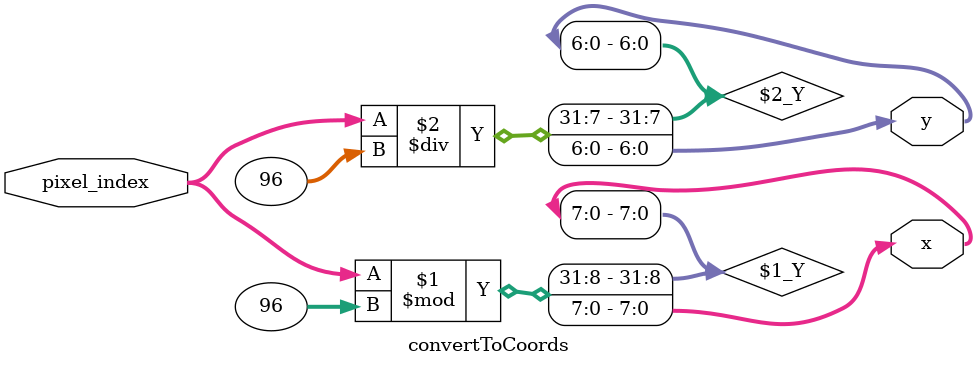
<source format=v>
`timescale 1ns / 1ps


module convertToCoords(
    input [12:0] pixel_index,
    output [7:0] x,
    output [6:0] y
    );
    assign x = pixel_index % 96;
    assign y = pixel_index / 96;
endmodule

</source>
